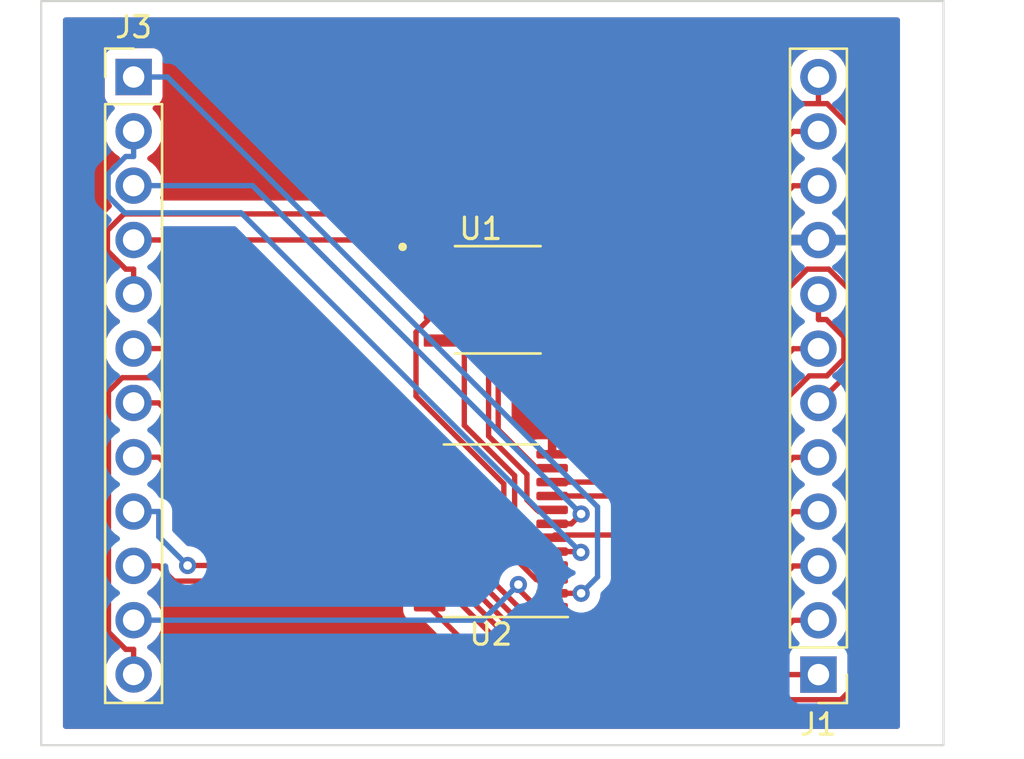
<source format=kicad_pcb>
(kicad_pcb (version 20221018) (generator pcbnew)
  (layers (0 "F.Cu" signal) (31 "B.Cu" signal) (34 "B.Paste" user) (35 "F.Paste" user) (36 "B.SilkS" user "B.Silkscreen") (37 "F.SilkS" user "F.Silkscreen") (38 "B.Mask" user) (39 "F.Mask" user) (44 "Edge.Cuts" user))
  (net 0 "")
  (net 1 "Net-(J1-Pin_1)")
  (net 2 "Net-(J1-Pin_2)")
  (net 3 "Net-(J1-Pin_3)")
  (net 4 "Net-(J1-Pin_4)")
  (net 5 "Net-(J1-Pin_5)")
  (net 6 "Net-(J1-Pin_6)")
  (net 7 "Net-(J1-Pin_7)")
  (net 8 "Net-(J1-Pin_8)")
  (net 9 "GND")
  (net 10 "VCC")
  (net 11 "Net-(J1-Pin_11)")
  (net 12 "Net-(J1-Pin_10)")
  (net 13 "Net-(J3-Pin_1)")
  (net 14 "Net-(J3-Pin_2)")
  (net 15 "Net-(J3-Pin_3)")
  (net 16 "Net-(J3-Pin_4)")
  (net 17 "Net-(J3-Pin_5)")
  (net 18 "Net-(J3-Pin_6)")
  (net 19 "Net-(J3-Pin_7)")
  (net 20 "Net-(J3-Pin_8)")
  (net 21 "Net-(J3-Pin_9)")
  (net 22 "Net-(J3-Pin_10)")
  (net 23 "Net-(J3-Pin_11)")
  (net 24 "Net-(J3-Pin_12)")
  (net 25 "Net-(U1-D)")
  (net 26 "Net-(U1-DE)")
  (footprint "Connector_PinHeader_2.54mm:PinHeader_1x12_P2.54mm_Vertical" (layer "F.Cu") (at 133.604 97.277)
    (fp_text reference "J3" (at 0 -2.33) (layer "F.SilkS"))
    (fp_text value "Conn_01x12_Pin")
    (fp_line (start -1.33 -1.33) (end 0 -1.33) (stroke (width 0.12)) (layer "F.SilkS"))
    (fp_line (start -1.33 0) (end -1.33 -1.33) (stroke (width 0.12)) (layer "F.SilkS"))
    (fp_line (start -1.33 1.27) (end -1.33 29.27) (stroke (width 0.12)) (layer "F.SilkS"))
    (fp_line (start -1.33 1.27) (end 1.33 1.27) (stroke (width 0.12)) (layer "F.SilkS"))
    (fp_line (start -1.33 29.27) (end 1.33 29.27) (stroke (width 0.12)) (layer "F.SilkS"))
    (fp_line (start 1.33 1.27) (end 1.33 29.27) (stroke (width 0.12)) (layer "F.SilkS"))
    (pad "1" thru_hole rect (at 0 0) (size 1.7 1.7) (drill 1) (layers "*.Cu" "*.Mask") (net 13 "Net-(J3-Pin_1)"))
    (pad "2" thru_hole oval (at 0 2.54) (size 1.7 1.7) (drill 1) (layers "*.Cu" "*.Mask") (net 14 "Net-(J3-Pin_2)"))
    (pad "3" thru_hole oval (at 0 5.08) (size 1.7 1.7) (drill 1) (layers "*.Cu" "*.Mask") (net 15 "Net-(J3-Pin_3)"))
    (pad "4" thru_hole oval (at 0 7.62) (size 1.7 1.7) (drill 1) (layers "*.Cu" "*.Mask") (net 16 "Net-(J3-Pin_4)"))
    (pad "5" thru_hole oval (at 0 10.16) (size 1.7 1.7) (drill 1) (layers "*.Cu" "*.Mask") (net 17 "Net-(J3-Pin_5)"))
    (pad "6" thru_hole oval (at 0 12.7) (size 1.7 1.7) (drill 1) (layers "*.Cu" "*.Mask") (net 18 "Net-(J3-Pin_6)"))
    (pad "7" thru_hole oval (at 0 15.24) (size 1.7 1.7) (drill 1) (layers "*.Cu" "*.Mask") (net 19 "Net-(J3-Pin_7)"))
    (pad "8" thru_hole oval (at 0 17.78) (size 1.7 1.7) (drill 1) (layers "*.Cu" "*.Mask") (net 20 "Net-(J3-Pin_8)"))
    (pad "9" thru_hole oval (at 0 20.32) (size 1.7 1.7) (drill 1) (layers "*.Cu" "*.Mask") (net 21 "Net-(J3-Pin_9)"))
    (pad "10" thru_hole oval (at 0 22.86) (size 1.7 1.7) (drill 1) (layers "*.Cu" "*.Mask") (net 22 "Net-(J3-Pin_10)"))
    (pad "11" thru_hole oval (at 0 25.4) (size 1.7 1.7) (drill 1) (layers "*.Cu" "*.Mask") (net 23 "Net-(J3-Pin_11)"))
    (pad "12" thru_hole oval (at 0 27.94) (size 1.7 1.7) (drill 1) (layers "*.Cu" "*.Mask") (net 24 "Net-(J3-Pin_12)"))
  )
  (footprint "Package_SO:TSSOP-24_4.4x7.8mm_P0.65mm" (layer "F.Cu") (at 150.2995 118.495 180)
    (fp_text reference "U2" (at 0 -4.85) (layer "F.SilkS"))
    (fp_text value "SN74CB3Q3384APW")
    (fp_line (start 0 -4.035) (end -3.6 -4.035) (stroke (width 0.12)) (layer "F.SilkS"))
    (fp_line (start 0 -4.035) (end 2.2 -4.035) (stroke (width 0.12)) (layer "F.SilkS"))
    (fp_line (start 0 4.035) (end -2.2 4.035) (stroke (width 0.12)) (layer "F.SilkS"))
    (fp_line (start 0 4.035) (end 2.2 4.035) (stroke (width 0.12)) (layer "F.SilkS"))
    (pad "1" smd roundrect (at -2.8625 -3.575 180) (size 1.475 0.4) (layers "F.Cu" "F.Paste" "F.Mask") (net 23 "Net-(J3-Pin_11)"))
    (pad "2" smd roundrect (at -2.8625 -2.925 180) (size 1.475 0.4) (layers "F.Cu" "F.Paste" "F.Mask") (net 13 "Net-(J3-Pin_1)"))
    (pad "3" smd roundrect (at -2.8625 -2.275 180) (size 1.475 0.4) (layers "F.Cu" "F.Paste" "F.Mask") (net 26 "Net-(U1-DE)"))
    (pad "4" smd roundrect (at -2.8625 -1.625 180) (size 1.475 0.4) (layers "F.Cu" "F.Paste" "F.Mask") (net 25 "Net-(U1-D)"))
    (pad "5" smd roundrect (at -2.8625 -0.975 180) (size 1.475 0.4) (layers "F.Cu" "F.Paste" "F.Mask") (net 14 "Net-(J3-Pin_2)"))
    (pad "6" smd roundrect (at -2.8625 -0.325 180) (size 1.475 0.4) (layers "F.Cu" "F.Paste" "F.Mask") (net 8 "Net-(J1-Pin_8)"))
    (pad "7" smd roundrect (at -2.8625 0.325 180) (size 1.475 0.4) (layers "F.Cu" "F.Paste" "F.Mask") (net 15 "Net-(J3-Pin_3)"))
    (pad "8" smd roundrect (at -2.8625 0.975 180) (size 1.475 0.4) (layers "F.Cu" "F.Paste" "F.Mask") (net 16 "Net-(J3-Pin_4)"))
    (pad "9" smd roundrect (at -2.8625 1.625 180) (size 1.475 0.4) (layers "F.Cu" "F.Paste" "F.Mask") (net 7 "Net-(J1-Pin_7)"))
    (pad "10" smd roundrect (at -2.8625 2.275 180) (size 1.475 0.4) (layers "F.Cu" "F.Paste" "F.Mask") (net 6 "Net-(J1-Pin_6)"))
    (pad "11" smd roundrect (at -2.8625 2.925 180) (size 1.475 0.4) (layers "F.Cu" "F.Paste" "F.Mask") (net 17 "Net-(J3-Pin_5)"))
    (pad "12" smd roundrect (at -2.8625 3.575 180) (size 1.475 0.4) (layers "F.Cu" "F.Paste" "F.Mask") (net 9 "GND"))
    (pad "13" smd roundrect (at 2.8625 3.575 180) (size 1.475 0.4) (layers "F.Cu" "F.Paste" "F.Mask") (net 24 "Net-(J3-Pin_12)"))
    (pad "14" smd roundrect (at 2.8625 2.925 180) (size 1.475 0.4) (layers "F.Cu" "F.Paste" "F.Mask") (net 18 "Net-(J3-Pin_6)"))
    (pad "15" smd roundrect (at 2.8625 2.275 180) (size 1.475 0.4) (layers "F.Cu" "F.Paste" "F.Mask") (net 5 "Net-(J1-Pin_5)"))
    (pad "16" smd roundrect (at 2.8625 1.625 180) (size 1.475 0.4) (layers "F.Cu" "F.Paste" "F.Mask") (net 4 "Net-(J1-Pin_4)"))
    (pad "17" smd roundrect (at 2.8625 0.975 180) (size 1.475 0.4) (layers "F.Cu" "F.Paste" "F.Mask") (net 19 "Net-(J3-Pin_7)"))
    (pad "18" smd roundrect (at 2.8625 0.325 180) (size 1.475 0.4) (layers "F.Cu" "F.Paste" "F.Mask") (net 20 "Net-(J3-Pin_8)"))
    (pad "19" smd roundrect (at 2.8625 -0.325 180) (size 1.475 0.4) (layers "F.Cu" "F.Paste" "F.Mask") (net 3 "Net-(J1-Pin_3)"))
    (pad "20" smd roundrect (at 2.8625 -0.975 180) (size 1.475 0.4) (layers "F.Cu" "F.Paste" "F.Mask") (net 2 "Net-(J1-Pin_2)"))
    (pad "21" smd roundrect (at 2.8625 -1.625 180) (size 1.475 0.4) (layers "F.Cu" "F.Paste" "F.Mask") (net 21 "Net-(J3-Pin_9)"))
    (pad "22" smd roundrect (at 2.8625 -2.275 180) (size 1.475 0.4) (layers "F.Cu" "F.Paste" "F.Mask") (net 22 "Net-(J3-Pin_10)"))
    (pad "23" smd roundrect (at 2.8625 -2.925 180) (size 1.475 0.4) (layers "F.Cu" "F.Paste" "F.Mask") (net 1 "Net-(J1-Pin_1)"))
    (pad "24" smd roundrect (at 2.8625 -3.575 180) (size 1.475 0.4) (layers "F.Cu" "F.Paste" "F.Mask") (net 10 "VCC"))
  )
  (footprint "Connector_PinHeader_2.54mm:PinHeader_1x12_P2.54mm_Vertical" (layer "F.Cu") (at 165.608 125.222 180)
    (fp_text reference "J1" (at 0 -2.33) (layer "F.SilkS"))
    (fp_text value "Conn_01x12_Pin")
    (fp_line (start -1.33 -1.33) (end 0 -1.33) (stroke (width 0.12)) (layer "F.SilkS"))
    (fp_line (start -1.33 0) (end -1.33 -1.33) (stroke (width 0.12)) (layer "F.SilkS"))
    (fp_line (start -1.33 1.27) (end -1.33 29.27) (stroke (width 0.12)) (layer "F.SilkS"))
    (fp_line (start -1.33 1.27) (end 1.33 1.27) (stroke (width 0.12)) (layer "F.SilkS"))
    (fp_line (start -1.33 29.27) (end 1.33 29.27) (stroke (width 0.12)) (layer "F.SilkS"))
    (fp_line (start 1.33 1.27) (end 1.33 29.27) (stroke (width 0.12)) (layer "F.SilkS"))
    (pad "1" thru_hole rect (at 0 0 180) (size 1.7 1.7) (drill 1) (layers "*.Cu" "*.Mask") (net 1 "Net-(J1-Pin_1)"))
    (pad "2" thru_hole oval (at 0 2.54 180) (size 1.7 1.7) (drill 1) (layers "*.Cu" "*.Mask") (net 2 "Net-(J1-Pin_2)"))
    (pad "3" thru_hole oval (at 0 5.08 180) (size 1.7 1.7) (drill 1) (layers "*.Cu" "*.Mask") (net 3 "Net-(J1-Pin_3)"))
    (pad "4" thru_hole oval (at 0 7.62 180) (size 1.7 1.7) (drill 1) (layers "*.Cu" "*.Mask") (net 4 "Net-(J1-Pin_4)"))
    (pad "5" thru_hole oval (at 0 10.16 180) (size 1.7 1.7) (drill 1) (layers "*.Cu" "*.Mask") (net 5 "Net-(J1-Pin_5)"))
    (pad "6" thru_hole oval (at 0 12.7 180) (size 1.7 1.7) (drill 1) (layers "*.Cu" "*.Mask") (net 6 "Net-(J1-Pin_6)"))
    (pad "7" thru_hole oval (at 0 15.24 180) (size 1.7 1.7) (drill 1) (layers "*.Cu" "*.Mask") (net 7 "Net-(J1-Pin_7)"))
    (pad "8" thru_hole oval (at 0 17.78 180) (size 1.7 1.7) (drill 1) (layers "*.Cu" "*.Mask") (net 8 "Net-(J1-Pin_8)"))
    (pad "9" thru_hole oval (at 0 20.32 180) (size 1.7 1.7) (drill 1) (layers "*.Cu" "*.Mask") (net 9 "GND"))
    (pad "10" thru_hole oval (at 0 22.86 180) (size 1.7 1.7) (drill 1) (layers "*.Cu" "*.Mask") (net 12 "Net-(J1-Pin_10)"))
    (pad "11" thru_hole oval (at 0 25.4 180) (size 1.7 1.7) (drill 1) (layers "*.Cu" "*.Mask") (net 11 "Net-(J1-Pin_11)"))
    (pad "12" thru_hole oval (at 0 27.94 180) (size 1.7 1.7) (drill 1) (layers "*.Cu" "*.Mask") (net 10 "VCC"))
  )
  (footprint "SOIC127P600X175-8N:SOIC127P600X175-8N" (layer "F.Cu") (at 150.622 107.696)
    (fp_text reference "U1" (at -0.795 -3.322) (layer "F.SilkS"))
    (fp_text value "~")
    (fp_line (start -2 -2.51) (end 2 -2.51) (stroke (width 0.127)) (layer "F.SilkS"))
    (fp_line (start -2 2.51) (end 2 2.51) (stroke (width 0.127)) (layer "F.SilkS"))
    (fp_circle (center -4.445 -2.475) (end -4.345 -2.475) (stroke (width 0.2)) (fill none) (layer "F.SilkS"))
    (pad "1" smd roundrect (at -2.475 -1.905) (size 1.97 0.57) (layers "F.Cu" "F.Paste" "F.Mask") (roundrect_rratio 0.07) (net 25 "Net-(U1-D)"))
    (pad "2" smd roundrect (at -2.475 -0.635) (size 1.97 0.57) (layers "F.Cu" "F.Paste" "F.Mask") (roundrect_rratio 0.07) (net 26 "Net-(U1-DE)"))
    (pad "3" smd roundrect (at -2.475 0.635) (size 1.97 0.57) (layers "F.Cu" "F.Paste" "F.Mask") (roundrect_rratio 0.07) (net 26 "Net-(U1-DE)"))
    (pad "4" smd roundrect (at -2.475 1.905) (size 1.97 0.57) (layers "F.Cu" "F.Paste" "F.Mask") (roundrect_rratio 0.07) (net 25 "Net-(U1-D)"))
    (pad "5" smd roundrect (at 2.475 1.905) (size 1.97 0.57) (layers "F.Cu" "F.Paste" "F.Mask") (roundrect_rratio 0.07) (net 9 "GND"))
    (pad "6" smd roundrect (at 2.475 0.635) (size 1.97 0.57) (layers "F.Cu" "F.Paste" "F.Mask") (roundrect_rratio 0.07) (net 12 "Net-(J1-Pin_10)"))
    (pad "7" smd roundrect (at 2.475 -0.635) (size 1.97 0.57) (layers "F.Cu" "F.Paste" "F.Mask") (roundrect_rratio 0.07) (net 11 "Net-(J1-Pin_11)"))
    (pad "8" smd roundrect (at 2.475 -1.905) (size 1.97 0.57) (layers "F.Cu" "F.Paste" "F.Mask") (roundrect_rratio 0.07) (net 10 "VCC"))
  )
  (gr_rect (start 129.286 93.726) (end 171.45 128.524) (stroke (width 0.1)) (fill none) (layer "Edge.Cuts"))
  (segment (start 165.608 125.222) (end 152.1983 125.222) (width 0.25) (layer "F.Cu") (net 1))
  (segment (start 152.1983 125.222) (end 148.3963 121.42) (width 0.25) (layer "F.Cu") (net 1))
  (segment (start 148.3963 121.42) (end 147.437 121.42) (width 0.25) (layer "F.Cu") (net 1))
  (segment (start 151.5663 123.9531) (end 163.1616 123.9531) (width 0.25) (layer "F.Cu") (net 2))
  (segment (start 163.1616 123.9531) (end 164.4327 122.682) (width 0.25) (layer "F.Cu") (net 2))
  (segment (start 148.5362 120.923) (end 151.5663 123.9531) (width 0.25) (layer "F.Cu") (net 2))
  (segment (start 148.1454 119.47) (end 148.5362 119.8608) (width 0.25) (layer "F.Cu") (net 2))
  (segment (start 165.608 122.682) (end 164.4327 122.682) (width 0.25) (layer "F.Cu") (net 2))
  (segment (start 147.437 119.47) (end 148.1454 119.47) (width 0.25) (layer "F.Cu") (net 2))
  (segment (start 148.5362 119.8608) (end 148.5362 120.923) (width 0.25) (layer "F.Cu") (net 2))
  (segment (start 165.608 120.142) (end 164.4327 120.142) (width 0.25) (layer "F.Cu") (net 3))
  (segment (start 161.0719 123.5028) (end 164.4327 120.142) (width 0.25) (layer "F.Cu") (net 3))
  (segment (start 148.165 118.82) (end 149.4254 120.0804) (width 0.25) (layer "F.Cu") (net 3))
  (segment (start 149.4254 120.0804) (end 149.4254 121.1753) (width 0.25) (layer "F.Cu") (net 3))
  (segment (start 151.7529 123.5028) (end 161.0719 123.5028) (width 0.25) (layer "F.Cu") (net 3))
  (segment (start 149.4254 121.1753) (end 151.7529 123.5028) (width 0.25) (layer "F.Cu") (net 3))
  (segment (start 147.437 118.82) (end 148.165 118.82) (width 0.25) (layer "F.Cu") (net 3))
  (segment (start 151.9395 123.0525) (end 158.9822 123.0525) (width 0.25) (layer "F.Cu") (net 4))
  (segment (start 147.437 116.87) (end 148.21 116.87) (width 0.25) (layer "F.Cu") (net 4))
  (segment (start 148.21 116.87) (end 149.8757 118.5357) (width 0.25) (layer "F.Cu") (net 4))
  (segment (start 149.8757 120.9887) (end 151.9395 123.0525) (width 0.25) (layer "F.Cu") (net 4))
  (segment (start 158.9822 123.0525) (end 164.4327 117.602) (width 0.25) (layer "F.Cu") (net 4))
  (segment (start 165.608 117.602) (end 164.4327 117.602) (width 0.25) (layer "F.Cu") (net 4))
  (segment (start 149.8757 118.5357) (end 149.8757 120.9887) (width 0.25) (layer "F.Cu") (net 4))
  (segment (start 152.1261 122.6022) (end 150.4547 120.9308) (width 0.25) (layer "F.Cu") (net 5))
  (segment (start 150.4547 118.4495) (end 148.2252 116.22) (width 0.25) (layer "F.Cu") (net 5))
  (segment (start 165.608 115.062) (end 164.4327 115.062) (width 0.25) (layer "F.Cu") (net 5))
  (segment (start 150.4547 120.9308) (end 150.4547 118.4495) (width 0.25) (layer "F.Cu") (net 5))
  (segment (start 156.8925 122.6022) (end 152.1261 122.6022) (width 0.25) (layer "F.Cu") (net 5))
  (segment (start 164.4327 115.062) (end 156.8925 122.6022) (width 0.25) (layer "F.Cu") (net 5))
  (segment (start 148.2252 116.22) (end 147.437 116.22) (width 0.25) (layer "F.Cu") (net 5))
  (segment (start 155.1273 116.22) (end 153.162 116.22) (width 0.25) (layer "F.Cu") (net 6))
  (segment (start 165.608 112.522) (end 167.2471 110.8829) (width 0.25) (layer "F.Cu") (net 6))
  (segment (start 167.2471 110.8829) (end 167.2471 107.4188) (width 0.25) (layer "F.Cu") (net 6))
  (segment (start 166.0902 106.2619) (end 165.0854 106.2619) (width 0.25) (layer "F.Cu") (net 6))
  (segment (start 165.0854 106.2619) (end 155.1273 116.22) (width 0.25) (layer "F.Cu") (net 6))
  (segment (start 167.2471 107.4188) (end 166.0902 106.2619) (width 0.25) (layer "F.Cu") (net 6))
  (segment (start 165.608 109.982) (end 164.4327 109.982) (width 0.25) (layer "F.Cu") (net 7))
  (segment (start 157.5447 116.87) (end 153.162 116.87) (width 0.25) (layer "F.Cu") (net 7))
  (segment (start 164.4327 109.982) (end 157.5447 116.87) (width 0.25) (layer "F.Cu") (net 7))
  (segment (start 157.7358 118.6958) (end 153.2862 118.6958) (width 0.25) (layer "F.Cu") (net 8))
  (segment (start 165.1796 111.252) (end 157.7358 118.6958) (width 0.25) (layer "F.Cu") (net 8))
  (segment (start 166.7967 110.4597) (end 166.0044 111.252) (width 0.25) (layer "F.Cu") (net 8))
  (segment (start 165.608 107.442) (end 165.608 108.6173) (width 0.25) (layer "F.Cu") (net 8))
  (segment (start 165.608 108.6173) (end 165.9753 108.6173) (width 0.25) (layer "F.Cu") (net 8))
  (segment (start 165.9753 108.6173) (end 166.7967 109.4387) (width 0.25) (layer "F.Cu") (net 8))
  (segment (start 166.0044 111.252) (end 165.1796 111.252) (width 0.25) (layer "F.Cu") (net 8))
  (segment (start 153.2862 118.6958) (end 153.162 118.82) (width 0.25) (layer "F.Cu") (net 8))
  (segment (start 166.7967 109.4387) (end 166.7967 110.4597) (width 0.25) (layer "F.Cu") (net 8))
  (segment (start 165.608 104.902) (end 164.4327 104.902) (width 0.25) (layer "F.Cu") (net 9))
  (segment (start 153.162 109.601) (end 153.097 109.601) (width 0.25) (layer "F.Cu") (net 9))
  (segment (start 159.7337 109.601) (end 153.162 109.601) (width 0.25) (layer "F.Cu") (net 9))
  (segment (start 153.162 109.601) (end 153.162 114.92) (width 0.25) (layer "F.Cu") (net 9))
  (segment (start 164.4327 104.902) (end 159.7337 109.601) (width 0.25) (layer "F.Cu") (net 9))
  (segment (start 160.3651 98.5229) (end 153.097 105.791) (width 0.25) (layer "F.Cu") (net 10))
  (segment (start 165.608 97.282) (end 165.608 98.4573) (width 0.25) (layer "F.Cu") (net 10))
  (segment (start 147.437 122.07) (end 151.7644 126.3974) (width 0.25) (layer "F.Cu") (net 10))
  (segment (start 166.0163 98.5229) (end 165.608 98.5229) (width 0.25) (layer "F.Cu") (net 10))
  (segment (start 165.608 98.5229) (end 160.3651 98.5229) (width 0.25) (layer "F.Cu") (net 10))
  (segment (start 166.6568 126.3974) (end 167.6974 125.3568) (width 0.25) (layer "F.Cu") (net 10))
  (segment (start 151.7644 126.3974) (end 166.6568 126.3974) (width 0.25) (layer "F.Cu") (net 10))
  (segment (start 165.608 98.4573) (end 165.608 98.5229) (width 0.25) (layer "F.Cu") (net 10))
  (segment (start 167.6974 125.3568) (end 167.6974 100.204) (width 0.25) (layer "F.Cu") (net 10))
  (segment (start 167.6974 100.204) (end 166.0163 98.5229) (width 0.25) (layer "F.Cu") (net 10))
  (segment (start 164.4327 99.822) (end 157.1937 107.061) (width 0.25) (layer "F.Cu") (net 11))
  (segment (start 157.1937 107.061) (end 153.097 107.061) (width 0.25) (layer "F.Cu") (net 11))
  (segment (start 165.608 99.822) (end 164.4327 99.822) (width 0.25) (layer "F.Cu") (net 11))
  (segment (start 164.4327 102.362) (end 158.4637 108.331) (width 0.25) (layer "F.Cu") (net 12))
  (segment (start 158.4637 108.331) (end 153.097 108.331) (width 0.25) (layer "F.Cu") (net 12))
  (segment (start 165.608 102.362) (end 164.4327 102.362) (width 0.25) (layer "F.Cu") (net 12))
  (segment (start 153.162 121.42) (end 154.5177 121.42) (width 0.25) (layer "F.Cu") (net 13))
  (via (at 154.5177 121.42) (size 0.8) (drill 0.4) (layers "F.Cu" "B.Cu") (net 13))
  (segment (start 155.2839 117.3764) (end 155.2839 120.6538) (width 0.25) (layer "B.Cu") (net 13))
  (segment (start 134.7793 97.277) (end 135.1845 97.277) (width 0.25) (layer "B.Cu") (net 13))
  (segment (start 155.2839 120.6538) (end 154.5177 121.42) (width 0.25) (layer "B.Cu") (net 13))
  (segment (start 133.604 97.277) (end 134.7793 97.277) (width 0.25) (layer "B.Cu") (net 13))
  (segment (start 135.1845 97.277) (end 155.2839 117.3764) (width 0.25) (layer "B.Cu") (net 13))
  (segment (start 153.162 119.47) (end 154.4677 119.47) (width 0.25) (layer "F.Cu") (net 14))
  (segment (start 154.4677 119.47) (end 154.5052 119.5075) (width 0.25) (layer "F.Cu") (net 14))
  (via (at 154.5052 119.5075) (size 0.8) (drill 0.4) (layers "F.Cu" "B.Cu") (net 14))
  (segment (start 133.186 103.627) (end 138.6247 103.627) (width 0.25) (layer "B.Cu") (net 14))
  (segment (start 138.6247 103.627) (end 154.5052 119.5075) (width 0.25) (layer "B.Cu") (net 14))
  (segment (start 133.604 99.817) (end 133.604 100.9923) (width 0.25) (layer "B.Cu") (net 14))
  (segment (start 133.604 100.9923) (end 133.2367 100.9923) (width 0.25) (layer "B.Cu") (net 14))
  (segment (start 132.4114 102.8524) (end 133.186 103.627) (width 0.25) (layer "B.Cu") (net 14))
  (segment (start 133.2367 100.9923) (end 132.4114 101.8176) (width 0.25) (layer "B.Cu") (net 14))
  (segment (start 132.4114 101.8176) (end 132.4114 102.8524) (width 0.25) (layer "B.Cu") (net 14))
  (segment (start 154.5186 117.7125) (end 154.0611 118.17) (width 0.25) (layer "F.Cu") (net 15))
  (segment (start 154.0611 118.17) (end 153.162 118.17) (width 0.25) (layer "F.Cu") (net 15))
  (via (at 154.5186 117.7125) (size 0.8) (drill 0.4) (layers "F.Cu" "B.Cu") (net 15))
  (segment (start 133.604 102.357) (end 139.1631 102.357) (width 0.25) (layer "B.Cu") (net 15))
  (segment (start 139.1631 102.357) (end 154.5186 117.7125) (width 0.25) (layer "B.Cu") (net 15))
  (segment (start 152.4527 117.52) (end 151.9843 117.0516) (width 0.25) (layer "F.Cu") (net 16))
  (segment (start 150.1921 114.0654) (end 150.1921 106.0611) (width 0.25) (layer "F.Cu") (net 16))
  (segment (start 153.162 117.52) (end 152.4527 117.52) (width 0.25) (layer "F.Cu") (net 16))
  (segment (start 150.1921 106.0611) (end 149.028 104.897) (width 0.25) (layer "F.Cu") (net 16))
  (segment (start 151.9843 117.0516) (end 151.9843 115.8576) (width 0.25) (layer "F.Cu") (net 16))
  (segment (start 133.604 104.897) (end 134.7793 104.897) (width 0.25) (layer "F.Cu") (net 16))
  (segment (start 149.028 104.897) (end 134.7793 104.897) (width 0.25) (layer "F.Cu") (net 16))
  (segment (start 151.9843 115.8576) (end 150.1921 114.0654) (width 0.25) (layer "F.Cu") (net 16))
  (segment (start 133.2367 106.2617) (end 133.604 106.2617) (width 0.25) (layer "F.Cu") (net 17))
  (segment (start 133.1561 103.6786) (end 132.3818 104.4529) (width 0.25) (layer "F.Cu") (net 17))
  (segment (start 133.604 107.437) (end 133.604 106.2617) (width 0.25) (layer "F.Cu") (net 17))
  (segment (start 152.4462 115.57) (end 150.6424 113.7662) (width 0.25) (layer "F.Cu") (net 17))
  (segment (start 153.162 115.57) (end 152.4462 115.57) (width 0.25) (layer "F.Cu") (net 17))
  (segment (start 150.6424 105.8745) (end 148.4465 103.6786) (width 0.25) (layer "F.Cu") (net 17))
  (segment (start 148.4465 103.6786) (end 133.1561 103.6786) (width 0.25) (layer "F.Cu") (net 17))
  (segment (start 132.3818 104.4529) (end 132.3818 105.4068) (width 0.25) (layer "F.Cu") (net 17))
  (segment (start 150.6424 113.7662) (end 150.6424 105.8745) (width 0.25) (layer "F.Cu") (net 17))
  (segment (start 132.3818 105.4068) (end 133.2367 106.2617) (width 0.25) (layer "F.Cu") (net 17))
  (segment (start 148.133 115.57) (end 147.437 115.57) (width 0.25) (layer "F.Cu") (net 18))
  (segment (start 143.8338 109.977) (end 148.5163 114.6595) (width 0.25) (layer "F.Cu") (net 18))
  (segment (start 148.5163 114.6595) (end 148.5163 115.1867) (width 0.25) (layer "F.Cu") (net 18))
  (segment (start 148.5163 115.1867) (end 148.133 115.57) (width 0.25) (layer "F.Cu") (net 18))
  (segment (start 133.604 109.977) (end 143.8338 109.977) (width 0.25) (layer "F.Cu") (net 18))
  (segment (start 139.7823 117.52) (end 147.437 117.52) (width 0.25) (layer "F.Cu") (net 19))
  (segment (start 133.604 112.517) (end 134.7793 112.517) (width 0.25) (layer "F.Cu") (net 19))
  (segment (start 134.7793 112.517) (end 139.7823 117.52) (width 0.25) (layer "F.Cu") (net 19))
  (segment (start 137.8923 118.17) (end 147.437 118.17) (width 0.25) (layer "F.Cu") (net 20))
  (segment (start 134.7793 115.057) (end 137.8923 118.17) (width 0.25) (layer "F.Cu") (net 20))
  (segment (start 133.604 115.057) (end 134.7793 115.057) (width 0.25) (layer "F.Cu") (net 20))
  (segment (start 147.437 120.12) (end 136.127 120.12) (width 0.25) (layer "F.Cu") (net 21))
  (via (at 136.127 120.12) (size 0.8) (drill 0.4) (layers "F.Cu" "B.Cu") (net 21))
  (segment (start 134.7793 117.597) (end 134.7793 118.7723) (width 0.25) (layer "B.Cu") (net 21))
  (segment (start 134.7793 118.7723) (end 136.127 120.12) (width 0.25) (layer "B.Cu") (net 21))
  (segment (start 133.604 117.597) (end 134.7793 117.597) (width 0.25) (layer "B.Cu") (net 21))
  (segment (start 147.3569 120.8501) (end 147.437 120.77) (width 0.25) (layer "F.Cu") (net 22))
  (segment (start 134.7793 120.137) (end 135.4924 120.8501) (width 0.25) (layer "F.Cu") (net 22))
  (segment (start 135.4924 120.8501) (end 147.3569 120.8501) (width 0.25) (layer "F.Cu") (net 22))
  (segment (start 133.604 120.137) (end 134.7793 120.137) (width 0.25) (layer "F.Cu") (net 22))
  (segment (start 151.585 121.2176) (end 152.4374 122.07) (width 0.25) (layer "F.Cu") (net 23))
  (segment (start 151.585 121.011) (end 151.585 121.2176) (width 0.25) (layer "F.Cu") (net 23))
  (segment (start 152.4374 122.07) (end 153.162 122.07) (width 0.25) (layer "F.Cu") (net 23))
  (via (at 151.585 121.011) (size 0.8) (drill 0.4) (layers "F.Cu" "B.Cu") (net 23))
  (segment (start 133.604 122.677) (end 149.919 122.677) (width 0.25) (layer "B.Cu") (net 23))
  (segment (start 149.919 122.677) (end 151.585 121.011) (width 0.25) (layer "B.Cu") (net 23))
  (segment (start 132.4287 111.9798) (end 132.4287 123.2338) (width 0.25) (layer "F.Cu") (net 24))
  (segment (start 132.4287 123.2338) (end 133.2366 124.0417) (width 0.25) (layer "F.Cu") (net 24))
  (segment (start 133.604 125.217) (end 133.604 124.0417) (width 0.25) (layer "F.Cu") (net 24))
  (segment (start 147.437 114.92) (end 143.8556 111.3386) (width 0.25) (layer "F.Cu") (net 24))
  (segment (start 143.8556 111.3386) (end 133.0699 111.3386) (width 0.25) (layer "F.Cu") (net 24))
  (segment (start 133.2366 124.0417) (end 133.604 124.0417) (width 0.25) (layer "F.Cu") (net 24))
  (segment (start 133.0699 111.3386) (end 132.4287 111.9798) (width 0.25) (layer "F.Cu") (net 24))
  (segment (start 151.41 119.1342) (end 152.3958 120.12) (width 0.25) (layer "F.Cu") (net 25))
  (segment (start 149.0579 109.601) (end 149.0579 113.5681) (width 0.25) (layer "F.Cu") (net 25))
  (segment (start 152.3958 120.12) (end 153.162 120.12) (width 0.25) (layer "F.Cu") (net 25))
  (segment (start 148.147 105.791) (end 148.6534 105.791) (width 0.25) (layer "F.Cu") (net 25))
  (segment (start 149.0579 109.601) (end 148.147 109.601) (width 0.25) (layer "F.Cu") (net 25))
  (segment (start 149.4598 109.1991) (end 149.0579 109.601) (width 0.25) (layer "F.Cu") (net 25))
  (segment (start 151.41 115.9202) (end 151.41 119.1342) (width 0.25) (layer "F.Cu") (net 25))
  (segment (start 149.0579 113.5681) (end 151.41 115.9202) (width 0.25) (layer "F.Cu") (net 25))
  (segment (start 149.4598 106.5974) (end 149.4598 109.1991) (width 0.25) (layer "F.Cu") (net 25))
  (segment (start 148.6534 105.791) (end 149.4598 106.5974) (width 0.25) (layer "F.Cu") (net 25))
  (segment (start 152.4088 120.77) (end 153.162 120.77) (width 0.25) (layer "F.Cu") (net 26))
  (segment (start 147.6774 108.331) (end 146.8007 109.2077) (width 0.25) (layer "F.Cu") (net 26))
  (segment (start 148.147 107.061) (end 148.147 108.331) (width 0.25) (layer "F.Cu") (net 26))
  (segment (start 148.147 108.331) (end 147.6774 108.331) (width 0.25) (layer "F.Cu") (net 26))
  (segment (start 146.8007 112.1987) (end 150.9051 116.3031) (width 0.25) (layer "F.Cu") (net 26))
  (segment (start 150.9051 116.3031) (end 150.9051 119.2663) (width 0.25) (layer "F.Cu") (net 26))
  (segment (start 150.9051 119.2663) (end 152.4088 120.77) (width 0.25) (layer "F.Cu") (net 26))
  (segment (start 146.8007 109.2077) (end 146.8007 112.1987) (width 0.25) (layer "F.Cu") (net 26))
  (zone (net 9) (net_name "GND") (layer "F.Cu") (connect_pads (clearance 0.5)) (min_thickness 0.25) (fill yes (thermal_gap 0.5) (thermal_bridge_width 0.5))
    (polygon (pts (xy 169.418 94.488) (xy 169.418 127.762) (xy 130.302 127.762) (xy 130.302 94.488)))
  )
  (zone (net 9) (net_name "GND") (layer "B.Cu") (connect_pads (clearance 0.5)) (min_thickness 0.25) (fill yes (thermal_gap 0.5) (thermal_bridge_width 0.5))
    (polygon (pts (xy 169.418 94.488) (xy 169.418 127.762) (xy 130.302 127.762) (xy 130.302 94.488)))
  )
)
</source>
